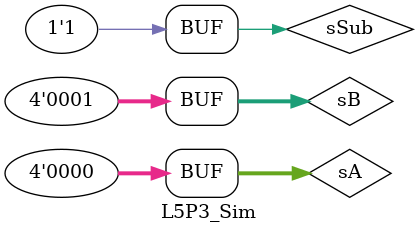
<source format=sv>
`timescale 1ns / 1ps


module L5P3_Sim(
    );
    
    logic [3:0] sA, sB;
    logic [4:0] sSum;
    logic sSub;
    
    L5P3_RCA UUT (.A(sA), .B(sB), .Sub(sSub), .Sum(sSum));
    
    initial begin
        sSub = 0;
        sA = 4'b0000;
        sB = 4'b0001;
        #10;
        
        sSub = 0;
        sA = 4'b0001;
        sB = 4'b0001;
        #10;
        
        sSub = 0;
        sA = 4'b1111;
        sB = 4'b1111;
        #10;
        
        sSub = 1;
        sA = 4'b0001;
        sB = 4'b0000;
        #10;
        
        sSub = 1;
        sA = 4'b0001;
        sB = 4'b0001;
        #10;
        
        sSub = 1;
        sA = 4'b0000;
        sB = 4'b0001;
        #10;
    end
endmodule

</source>
